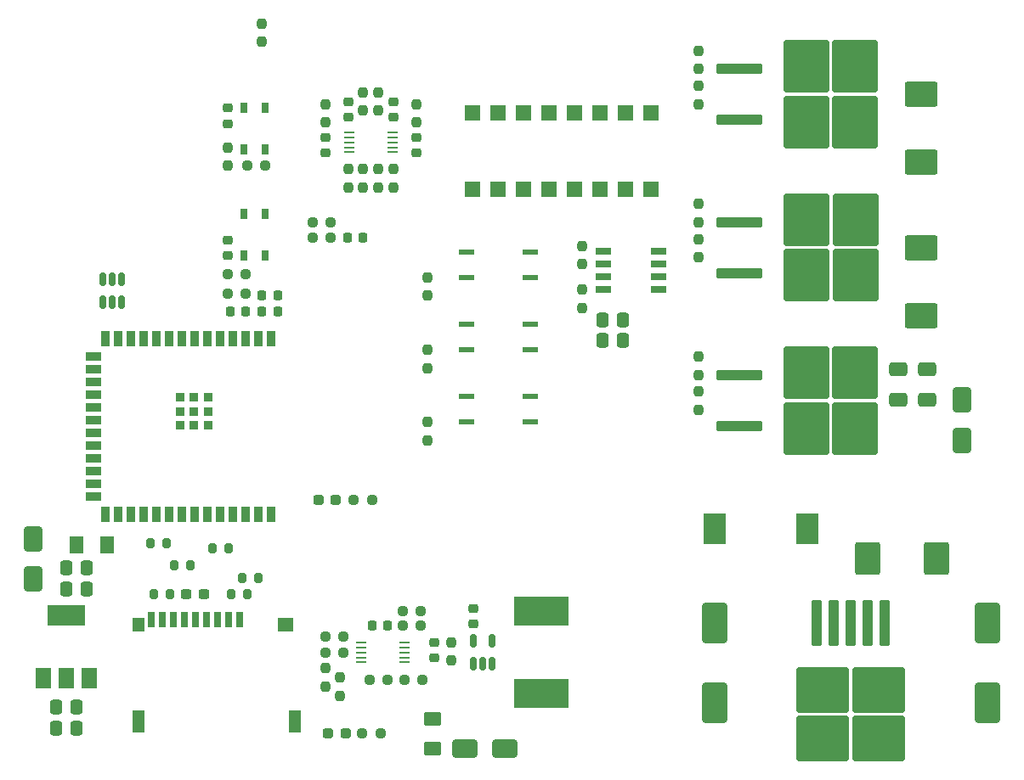
<source format=gbr>
%TF.GenerationSoftware,KiCad,Pcbnew,7.0.8-7.0.8~ubuntu22.04.1*%
%TF.CreationDate,2023-11-08T13:27:41+08:00*%
%TF.ProjectId,ECU,4543552e-6b69-4636-9164-5f7063625858,rev?*%
%TF.SameCoordinates,Original*%
%TF.FileFunction,Paste,Top*%
%TF.FilePolarity,Positive*%
%FSLAX46Y46*%
G04 Gerber Fmt 4.6, Leading zero omitted, Abs format (unit mm)*
G04 Created by KiCad (PCBNEW 7.0.8-7.0.8~ubuntu22.04.1) date 2023-11-08 13:27:41*
%MOMM*%
%LPD*%
G01*
G04 APERTURE LIST*
G04 Aperture macros list*
%AMRoundRect*
0 Rectangle with rounded corners*
0 $1 Rounding radius*
0 $2 $3 $4 $5 $6 $7 $8 $9 X,Y pos of 4 corners*
0 Add a 4 corners polygon primitive as box body*
4,1,4,$2,$3,$4,$5,$6,$7,$8,$9,$2,$3,0*
0 Add four circle primitives for the rounded corners*
1,1,$1+$1,$2,$3*
1,1,$1+$1,$4,$5*
1,1,$1+$1,$6,$7*
1,1,$1+$1,$8,$9*
0 Add four rect primitives between the rounded corners*
20,1,$1+$1,$2,$3,$4,$5,0*
20,1,$1+$1,$4,$5,$6,$7,0*
20,1,$1+$1,$6,$7,$8,$9,0*
20,1,$1+$1,$8,$9,$2,$3,0*%
G04 Aperture macros list end*
%ADD10R,1.500000X0.600000*%
%ADD11R,1.525000X0.650000*%
%ADD12RoundRect,0.237500X0.237500X-0.250000X0.237500X0.250000X-0.237500X0.250000X-0.237500X-0.250000X0*%
%ADD13RoundRect,0.225000X0.250000X-0.225000X0.250000X0.225000X-0.250000X0.225000X-0.250000X-0.225000X0*%
%ADD14RoundRect,0.225000X0.225000X0.250000X-0.225000X0.250000X-0.225000X-0.250000X0.225000X-0.250000X0*%
%ADD15RoundRect,0.237500X-0.237500X0.250000X-0.237500X-0.250000X0.237500X-0.250000X0.237500X0.250000X0*%
%ADD16R,1.100000X0.250000*%
%ADD17RoundRect,0.250000X0.650000X-0.412500X0.650000X0.412500X-0.650000X0.412500X-0.650000X-0.412500X0*%
%ADD18RoundRect,0.237500X0.250000X0.237500X-0.250000X0.237500X-0.250000X-0.237500X0.250000X-0.237500X0*%
%ADD19R,0.650000X1.050000*%
%ADD20RoundRect,0.250000X-1.000000X-0.650000X1.000000X-0.650000X1.000000X0.650000X-1.000000X0.650000X0*%
%ADD21RoundRect,0.200000X-0.200000X-0.275000X0.200000X-0.275000X0.200000X0.275000X-0.200000X0.275000X0*%
%ADD22RoundRect,0.150000X-0.150000X0.512500X-0.150000X-0.512500X0.150000X-0.512500X0.150000X0.512500X0*%
%ADD23R,0.900000X1.500000*%
%ADD24R,1.500000X0.900000*%
%ADD25R,0.900000X0.900000*%
%ADD26RoundRect,0.250000X1.000000X-1.400000X1.000000X1.400000X-1.000000X1.400000X-1.000000X-1.400000X0*%
%ADD27RoundRect,0.250000X1.400000X1.000000X-1.400000X1.000000X-1.400000X-1.000000X1.400000X-1.000000X0*%
%ADD28RoundRect,0.250000X-1.000000X1.750000X-1.000000X-1.750000X1.000000X-1.750000X1.000000X1.750000X0*%
%ADD29RoundRect,0.250000X0.650000X-1.000000X0.650000X1.000000X-0.650000X1.000000X-0.650000X-1.000000X0*%
%ADD30RoundRect,0.237500X0.287500X0.237500X-0.287500X0.237500X-0.287500X-0.237500X0.287500X-0.237500X0*%
%ADD31R,1.500000X2.000000*%
%ADD32R,3.800000X2.000000*%
%ADD33R,5.500000X2.850000*%
%ADD34RoundRect,0.250000X-0.337500X-0.475000X0.337500X-0.475000X0.337500X0.475000X-0.337500X0.475000X0*%
%ADD35RoundRect,0.200000X0.200000X0.275000X-0.200000X0.275000X-0.200000X-0.275000X0.200000X-0.275000X0*%
%ADD36RoundRect,0.250001X0.624999X-0.462499X0.624999X0.462499X-0.624999X0.462499X-0.624999X-0.462499X0*%
%ADD37RoundRect,0.237500X-0.250000X-0.237500X0.250000X-0.237500X0.250000X0.237500X-0.250000X0.237500X0*%
%ADD38RoundRect,0.250000X0.337500X0.475000X-0.337500X0.475000X-0.337500X-0.475000X0.337500X-0.475000X0*%
%ADD39RoundRect,0.225000X-0.250000X0.225000X-0.250000X-0.225000X0.250000X-0.225000X0.250000X0.225000X0*%
%ADD40RoundRect,0.150000X0.150000X-0.512500X0.150000X0.512500X-0.150000X0.512500X-0.150000X-0.512500X0*%
%ADD41RoundRect,0.250000X-2.050000X-0.300000X2.050000X-0.300000X2.050000X0.300000X-2.050000X0.300000X0*%
%ADD42RoundRect,0.250000X-2.025000X-2.375000X2.025000X-2.375000X2.025000X2.375000X-2.025000X2.375000X0*%
%ADD43R,0.700000X1.600000*%
%ADD44R,1.200000X1.400000*%
%ADD45R,1.200000X2.200000*%
%ADD46R,1.600000X1.400000*%
%ADD47RoundRect,0.237500X0.300000X0.237500X-0.300000X0.237500X-0.300000X-0.237500X0.300000X-0.237500X0*%
%ADD48RoundRect,0.250001X-0.462499X-0.624999X0.462499X-0.624999X0.462499X0.624999X-0.462499X0.624999X0*%
%ADD49RoundRect,0.225000X-0.225000X-0.250000X0.225000X-0.250000X0.225000X0.250000X-0.225000X0.250000X0*%
%ADD50RoundRect,0.250000X-0.300000X2.050000X-0.300000X-2.050000X0.300000X-2.050000X0.300000X2.050000X0*%
%ADD51RoundRect,0.250000X-2.375000X2.025000X-2.375000X-2.025000X2.375000X-2.025000X2.375000X2.025000X0*%
%ADD52RoundRect,0.237500X-0.287500X-0.237500X0.287500X-0.237500X0.287500X0.237500X-0.287500X0.237500X0*%
%ADD53R,1.600000X1.600000*%
%ADD54RoundRect,0.250000X-0.650000X1.000000X-0.650000X-1.000000X0.650000X-1.000000X0.650000X1.000000X0*%
%ADD55R,2.200000X3.050000*%
G04 APERTURE END LIST*
D10*
%TO.C,IC5*%
X157850000Y-93660000D03*
X157850000Y-96200000D03*
X164200000Y-96200000D03*
X164200000Y-93660000D03*
%TD*%
D11*
%TO.C,IC1*%
X171560500Y-93595000D03*
X171560500Y-94865000D03*
X171560500Y-96135000D03*
X171560500Y-97405000D03*
X176984500Y-97405000D03*
X176984500Y-96135000D03*
X176984500Y-94865000D03*
X176984500Y-93595000D03*
%TD*%
D12*
%TO.C,R11*%
X180985000Y-105935000D03*
X180985000Y-104110000D03*
%TD*%
D13*
%TO.C,C29*%
X152900000Y-83762500D03*
X152900000Y-82212500D03*
%TD*%
D12*
%TO.C,R4*%
X145300000Y-137925000D03*
X145300000Y-136100000D03*
%TD*%
D14*
%TO.C,C26*%
X147550000Y-92248750D03*
X146000000Y-92248750D03*
%TD*%
D13*
%TO.C,C24*%
X154640000Y-134150000D03*
X154640000Y-132600000D03*
%TD*%
D12*
%TO.C,R9*%
X154000000Y-98025000D03*
X154000000Y-96200000D03*
%TD*%
D15*
%TO.C,R33*%
X143800000Y-78900000D03*
X143800000Y-80725000D03*
%TD*%
D16*
%TO.C,U5*%
X151690000Y-134600000D03*
X151690000Y-134100000D03*
X151690000Y-133600000D03*
X151690000Y-133100000D03*
X151690000Y-132600000D03*
X147390000Y-132600000D03*
X147390000Y-133100000D03*
X147390000Y-133600000D03*
X147390000Y-134100000D03*
X147390000Y-134600000D03*
%TD*%
D17*
%TO.C,C20*%
X203775000Y-108435000D03*
X203775000Y-105310000D03*
%TD*%
D18*
%TO.C,R50*%
X153352500Y-130950000D03*
X151527500Y-130950000D03*
%TD*%
D17*
%TO.C,C17*%
X200875000Y-108435000D03*
X200875000Y-105310000D03*
%TD*%
D12*
%TO.C,R32*%
X149100000Y-87225000D03*
X149100000Y-85400000D03*
%TD*%
D19*
%TO.C,SW2*%
X135695000Y-83450000D03*
X135695000Y-79300000D03*
X137845000Y-83450000D03*
X137845000Y-79300000D03*
%TD*%
D20*
%TO.C,D10*%
X157700000Y-143200000D03*
X161700000Y-143200000D03*
%TD*%
D15*
%TO.C,R34*%
X152900000Y-78900000D03*
X152900000Y-80725000D03*
%TD*%
%TO.C,R26*%
X146100000Y-85400000D03*
X146100000Y-87225000D03*
%TD*%
D21*
%TO.C,R16*%
X126725000Y-127800000D03*
X128375000Y-127800000D03*
%TD*%
D22*
%TO.C,U7*%
X123530000Y-96402500D03*
X122580000Y-96402500D03*
X121630000Y-96402500D03*
X121630000Y-98677500D03*
X122580000Y-98677500D03*
X123530000Y-98677500D03*
%TD*%
D23*
%TO.C,IC4*%
X138460000Y-102300000D03*
X137190000Y-102300000D03*
X135920000Y-102300000D03*
X134650000Y-102300000D03*
X133380000Y-102300000D03*
X132110000Y-102300000D03*
X130840000Y-102300000D03*
X129570000Y-102300000D03*
X128300000Y-102300000D03*
X127030000Y-102300000D03*
X125760000Y-102300000D03*
X124490000Y-102300000D03*
X123220000Y-102300000D03*
X121950000Y-102300000D03*
D24*
X120700000Y-104065000D03*
X120700000Y-105335000D03*
X120700000Y-106605000D03*
X120700000Y-107875000D03*
X120700000Y-109145000D03*
X120700000Y-110415000D03*
X120700000Y-111685000D03*
X120700000Y-112955000D03*
X120700000Y-114225000D03*
X120700000Y-115495000D03*
X120700000Y-116765000D03*
X120700000Y-118035000D03*
D23*
X121950000Y-119800000D03*
X123220000Y-119800000D03*
X124490000Y-119800000D03*
X125760000Y-119800000D03*
X127030000Y-119800000D03*
X128300000Y-119800000D03*
X129570000Y-119800000D03*
X130840000Y-119800000D03*
X132110000Y-119800000D03*
X133380000Y-119800000D03*
X134650000Y-119800000D03*
X135920000Y-119800000D03*
X137190000Y-119800000D03*
X138460000Y-119800000D03*
D25*
X130740000Y-109550000D03*
X132140000Y-108150000D03*
X130740000Y-108150000D03*
X129340000Y-108150000D03*
X129340000Y-109550000D03*
X129340000Y-110950000D03*
X130740000Y-110950000D03*
X132140000Y-110950000D03*
X132140000Y-109550000D03*
%TD*%
D18*
%TO.C,R42*%
X153515000Y-136350000D03*
X151690000Y-136350000D03*
%TD*%
D12*
%TO.C,R5*%
X143800000Y-137012500D03*
X143800000Y-135187500D03*
%TD*%
D18*
%TO.C,R24*%
X145652500Y-132050000D03*
X143827500Y-132050000D03*
%TD*%
D19*
%TO.C,SW1*%
X137845000Y-89875000D03*
X137845000Y-94025000D03*
X135695000Y-89875000D03*
X135695000Y-94025000D03*
%TD*%
D12*
%TO.C,R12*%
X154000000Y-105225000D03*
X154000000Y-103400000D03*
%TD*%
D26*
%TO.C,D3*%
X197875000Y-124200000D03*
X204675000Y-124200000D03*
%TD*%
D27*
%TO.C,D6*%
X203200000Y-100000000D03*
X203200000Y-93200000D03*
%TD*%
D12*
%TO.C,R23*%
X180985000Y-78920000D03*
X180985000Y-77095000D03*
%TD*%
D28*
%TO.C,C9*%
X182575000Y-130625000D03*
X182575000Y-138625000D03*
%TD*%
D29*
%TO.C,D7*%
X114740000Y-126260000D03*
X114740000Y-122260000D03*
%TD*%
D30*
%TO.C,D5*%
X144890000Y-118400000D03*
X143140000Y-118400000D03*
%TD*%
D18*
%TO.C,R51*%
X145652500Y-133650000D03*
X143827500Y-133650000D03*
%TD*%
D31*
%TO.C,U2*%
X115700000Y-136200000D03*
X118000000Y-136200000D03*
D32*
X118000000Y-129900000D03*
D31*
X120300000Y-136200000D03*
%TD*%
D33*
%TO.C,R45*%
X165380000Y-137700000D03*
X165380000Y-129500000D03*
%TD*%
D14*
%TO.C,C4*%
X139075000Y-97985000D03*
X137525000Y-97985000D03*
%TD*%
D34*
%TO.C,C1*%
X118000000Y-125200000D03*
X120075000Y-125200000D03*
%TD*%
D18*
%TO.C,R31*%
X148487500Y-118400000D03*
X146662500Y-118400000D03*
%TD*%
D10*
%TO.C,IC2*%
X157850000Y-100860000D03*
X157850000Y-103400000D03*
X164200000Y-103400000D03*
X164200000Y-100860000D03*
%TD*%
D35*
%TO.C,R20*%
X137175000Y-126140000D03*
X135525000Y-126140000D03*
%TD*%
D27*
%TO.C,D8*%
X203175000Y-84725000D03*
X203175000Y-77925000D03*
%TD*%
D36*
%TO.C,D4*%
X154500000Y-143187500D03*
X154500000Y-140212500D03*
%TD*%
D16*
%TO.C,U4*%
X150500000Y-83712500D03*
X150500000Y-83212500D03*
X150500000Y-82712500D03*
X150500000Y-82212500D03*
X150500000Y-81712500D03*
X146200000Y-81712500D03*
X146200000Y-82212500D03*
X146200000Y-82712500D03*
X146200000Y-83212500D03*
X146200000Y-83712500D03*
%TD*%
D10*
%TO.C,IC3*%
X157850000Y-108060000D03*
X157850000Y-110600000D03*
X164200000Y-110600000D03*
X164200000Y-108060000D03*
%TD*%
D12*
%TO.C,R39*%
X156340000Y-134425000D03*
X156340000Y-132600000D03*
%TD*%
D37*
%TO.C,R28*%
X136020000Y-85050000D03*
X137845000Y-85050000D03*
%TD*%
D18*
%TO.C,R27*%
X135920000Y-95900000D03*
X134095000Y-95900000D03*
%TD*%
D38*
%TO.C,C7*%
X119037500Y-139062500D03*
X116962500Y-139062500D03*
%TD*%
D39*
%TO.C,C12*%
X134095000Y-79300000D03*
X134095000Y-80850000D03*
%TD*%
D40*
%TO.C,U6*%
X158540000Y-134737500D03*
X159490000Y-134737500D03*
X160440000Y-134737500D03*
X160440000Y-132462500D03*
X158540000Y-132462500D03*
%TD*%
D41*
%TO.C,Q1*%
X185035000Y-75385000D03*
D42*
X191760000Y-75150000D03*
X191760000Y-80700000D03*
X196610000Y-75150000D03*
X196610000Y-80700000D03*
D41*
X185035000Y-80465000D03*
%TD*%
D39*
%TO.C,C11*%
X134095000Y-92475000D03*
X134095000Y-94025000D03*
%TD*%
D34*
%TO.C,C6*%
X118000000Y-127300000D03*
X120075000Y-127300000D03*
%TD*%
D21*
%TO.C,R21*%
X126375000Y-122700000D03*
X128025000Y-122700000D03*
%TD*%
D37*
%TO.C,R43*%
X148227500Y-136350000D03*
X150052500Y-136350000D03*
%TD*%
D15*
%TO.C,R25*%
X147600000Y-85400000D03*
X147600000Y-87225000D03*
%TD*%
D43*
%TO.C,J2*%
X135250000Y-130350000D03*
X134150000Y-130350000D03*
X133050000Y-130350000D03*
X131950000Y-130350000D03*
X130850000Y-130350000D03*
X129750000Y-130350000D03*
X128650000Y-130350000D03*
X127550000Y-130350000D03*
X126450000Y-130350000D03*
D44*
X125250000Y-130850000D03*
D45*
X140750000Y-140450000D03*
X125250000Y-140450000D03*
D46*
X139850000Y-130850000D03*
%TD*%
D38*
%TO.C,C2*%
X119037500Y-141162500D03*
X116962500Y-141162500D03*
%TD*%
D47*
%TO.C,C16*%
X131702500Y-127800000D03*
X129977500Y-127800000D03*
%TD*%
D15*
%TO.C,R37*%
X147600000Y-77725000D03*
X147600000Y-79550000D03*
%TD*%
D35*
%TO.C,R18*%
X134205000Y-123200000D03*
X132555000Y-123200000D03*
%TD*%
D28*
%TO.C,C8*%
X209775000Y-130625000D03*
X209775000Y-138625000D03*
%TD*%
D12*
%TO.C,R15*%
X181010000Y-90660000D03*
X181010000Y-88835000D03*
%TD*%
D37*
%TO.C,R47*%
X151527500Y-129450000D03*
X153352500Y-129450000D03*
%TD*%
D18*
%TO.C,R2*%
X149312500Y-141700000D03*
X147487500Y-141700000D03*
%TD*%
D48*
%TO.C,D2*%
X119062500Y-122900000D03*
X122037500Y-122900000D03*
%TD*%
D15*
%TO.C,R14*%
X181010000Y-92375000D03*
X181010000Y-94200000D03*
%TD*%
D38*
%TO.C,C19*%
X173510000Y-100400000D03*
X171435000Y-100400000D03*
%TD*%
%TO.C,C18*%
X173510000Y-102500000D03*
X171435000Y-102500000D03*
%TD*%
D41*
%TO.C,Q3*%
X185035000Y-105935000D03*
D42*
X191760000Y-105700000D03*
X191760000Y-111250000D03*
X196610000Y-105700000D03*
X196610000Y-111250000D03*
D41*
X185035000Y-111015000D03*
%TD*%
D15*
%TO.C,R36*%
X149100000Y-77725000D03*
X149100000Y-79550000D03*
%TD*%
D13*
%TO.C,C14*%
X143800000Y-83762500D03*
X143800000Y-82212500D03*
%TD*%
D49*
%TO.C,C5*%
X134370000Y-99600000D03*
X135920000Y-99600000D03*
%TD*%
D15*
%TO.C,R1*%
X169372500Y-93040000D03*
X169372500Y-94865000D03*
%TD*%
D12*
%TO.C,R3*%
X169372500Y-99230000D03*
X169372500Y-97405000D03*
%TD*%
D15*
%TO.C,R10*%
X180985000Y-107592500D03*
X180985000Y-109417500D03*
%TD*%
D39*
%TO.C,C27*%
X146100000Y-78637500D03*
X146100000Y-80187500D03*
%TD*%
D18*
%TO.C,R6*%
X135912500Y-97800000D03*
X134087500Y-97800000D03*
%TD*%
D50*
%TO.C,U1*%
X199575000Y-130625000D03*
X197875000Y-130625000D03*
X196175000Y-130625000D03*
D51*
X198950000Y-137350000D03*
X193400000Y-137350000D03*
X198950000Y-142200000D03*
X193400000Y-142200000D03*
D50*
X194475000Y-130625000D03*
X192775000Y-130625000D03*
%TD*%
D14*
%TO.C,C3*%
X139075000Y-99600000D03*
X137525000Y-99600000D03*
%TD*%
D39*
%TO.C,C10*%
X158530000Y-129235000D03*
X158530000Y-130785000D03*
%TD*%
D12*
%TO.C,R30*%
X134095000Y-85050000D03*
X134095000Y-83225000D03*
%TD*%
D21*
%TO.C,R17*%
X128745000Y-124910000D03*
X130395000Y-124910000D03*
%TD*%
D39*
%TO.C,C28*%
X150600000Y-78637500D03*
X150600000Y-80187500D03*
%TD*%
D12*
%TO.C,R38*%
X180985000Y-75385000D03*
X180985000Y-73560000D03*
%TD*%
D35*
%TO.C,R19*%
X136075000Y-127800000D03*
X134425000Y-127800000D03*
%TD*%
D52*
%TO.C,D1*%
X144100000Y-141700000D03*
X145850000Y-141700000D03*
%TD*%
D53*
%TO.C,U3*%
X158510000Y-79790000D03*
X161050000Y-79790000D03*
X163590000Y-79790000D03*
X166130000Y-79790000D03*
X168670000Y-79790000D03*
X171210000Y-79790000D03*
X173750000Y-79790000D03*
X176290000Y-79790000D03*
X176290000Y-87410000D03*
X173750000Y-87410000D03*
X171210000Y-87410000D03*
X168670000Y-87410000D03*
X166130000Y-87410000D03*
X163590000Y-87410000D03*
X161050000Y-87410000D03*
X158510000Y-87410000D03*
%TD*%
D49*
%TO.C,C25*%
X148465000Y-130950000D03*
X150015000Y-130950000D03*
%TD*%
D15*
%TO.C,R54*%
X137500000Y-70875000D03*
X137500000Y-72700000D03*
%TD*%
D12*
%TO.C,R13*%
X154000000Y-112425000D03*
X154000000Y-110600000D03*
%TD*%
D37*
%TO.C,R53*%
X142537500Y-90700000D03*
X144362500Y-90700000D03*
%TD*%
%TO.C,R52*%
X142537500Y-92248750D03*
X144362500Y-92248750D03*
%TD*%
D12*
%TO.C,R35*%
X150600000Y-87225000D03*
X150600000Y-85400000D03*
%TD*%
D54*
%TO.C,D9*%
X207275000Y-108435000D03*
X207275000Y-112435000D03*
%TD*%
D41*
%TO.C,Q4*%
X185060000Y-90660000D03*
D42*
X191785000Y-90425000D03*
X191785000Y-95975000D03*
X196635000Y-90425000D03*
X196635000Y-95975000D03*
D41*
X185060000Y-95740000D03*
%TD*%
D55*
%TO.C,L1*%
X191875000Y-121300000D03*
X182575000Y-121300000D03*
%TD*%
M02*

</source>
